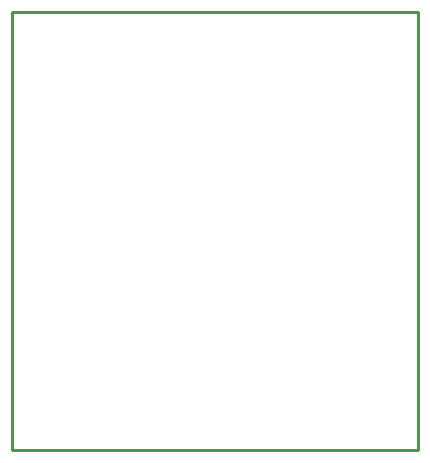
<source format=gm1>
%FSLAX44Y44*%
%MOMM*%
G71*
G01*
G75*
G04 Layer_Color=16711935*
%ADD10C,1.7780*%
%ADD11C,1.6000*%
%ADD12R,1.6000X1.6000*%
%ADD13R,1.7556X1.7634*%
%ADD14O,1.7556X1.7634*%
%ADD15R,1.7634X1.7556*%
%ADD16O,1.7634X1.7556*%
%ADD17O,2.5400X1.6764*%
%ADD18C,1.4986*%
%ADD19C,0.2000*%
%ADD20C,0.2540*%
%ADD21C,0.3810*%
%ADD22C,0.1778*%
%ADD23C,0.1270*%
%ADD24R,3.2000X0.5080*%
%ADD25C,1.9812*%
%ADD26C,1.8032*%
%ADD27R,1.8032X1.8032*%
%ADD28R,1.9588X1.9666*%
%ADD29O,1.9588X1.9666*%
%ADD30R,1.9666X1.9588*%
%ADD31O,1.9666X1.9588*%
%ADD32O,2.7432X1.8796*%
D20*
X17000Y4000D02*
Y375000D01*
Y4000D02*
X361000D01*
Y375000D01*
X17000D02*
X361000D01*
M02*

</source>
